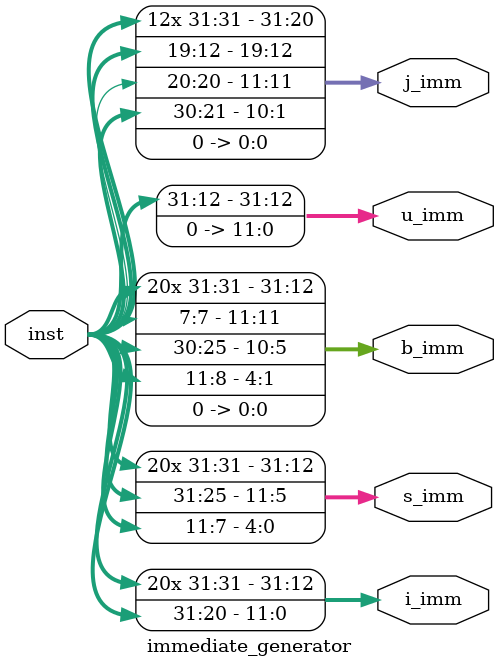
<source format=v>
module immediate_generator (
    input [31:0] inst,

    output [31:0] i_imm,
    output [31:0] s_imm,
    output [31:0] b_imm,
    output [31:0] u_imm,
    output [31:0] j_imm
);
  assign i_imm = {{21{inst[31]}}, inst[30:20]};
  assign s_imm = {{21{inst[31]}}, inst[30:25], inst[11:7]};
  assign b_imm = {{20{inst[31]}}, inst[7], inst[30:25], inst[11:8], 1'b0};
  assign u_imm = {inst[31], inst[30:20], inst[19:12], 12'b0};
  assign j_imm = {{12{inst[31]}}, inst[19:12], inst[20], inst[30:25], inst[24:21], 1'b0};
endmodule

</source>
